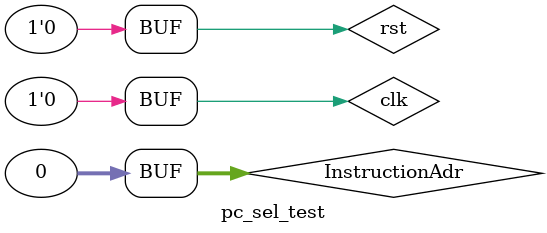
<source format=sv>
module pc_sel_test();


	logic clk,rst;
	logic [31:0] instrMem_output,InstructionAdr;

	PC_selection #(32) DUT(clk,rst,InstructionAdr,instrMem_output);
	
	initial begin

	
		InstructionAdr = 32'd0;
		
		clk = 0;
		
		rst = 0;
		
	end



endmodule 
</source>
